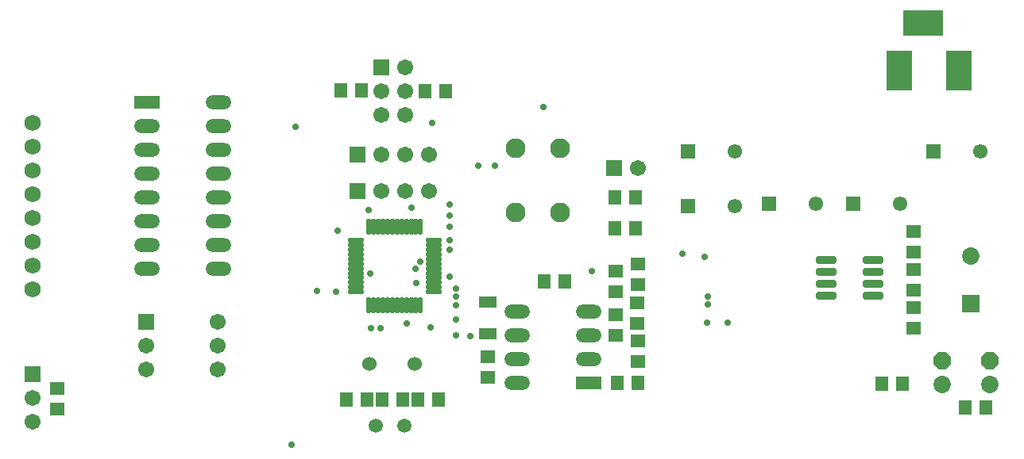
<source format=gbr>
G04*
G04 #@! TF.GenerationSoftware,Altium Limited,Altium Designer,22.4.2 (48)*
G04*
G04 Layer_Color=8388736*
%FSLAX24Y24*%
%MOIN*%
G70*
G04*
G04 #@! TF.SameCoordinates,3D4B7757-4479-4088-A00E-F10E6AE17A54*
G04*
G04*
G04 #@! TF.FilePolarity,Negative*
G04*
G01*
G75*
G04:AMPARAMS|DCode=27|XSize=19mil|YSize=69.4mil|CornerRadius=6.8mil|HoleSize=0mil|Usage=FLASHONLY|Rotation=180.000|XOffset=0mil|YOffset=0mil|HoleType=Round|Shape=RoundedRectangle|*
%AMROUNDEDRECTD27*
21,1,0.0190,0.0559,0,0,180.0*
21,1,0.0055,0.0694,0,0,180.0*
1,1,0.0135,-0.0028,0.0280*
1,1,0.0135,0.0028,0.0280*
1,1,0.0135,0.0028,-0.0280*
1,1,0.0135,-0.0028,-0.0280*
%
%ADD27ROUNDEDRECTD27*%
G04:AMPARAMS|DCode=28|XSize=19mil|YSize=69.4mil|CornerRadius=6.8mil|HoleSize=0mil|Usage=FLASHONLY|Rotation=90.000|XOffset=0mil|YOffset=0mil|HoleType=Round|Shape=RoundedRectangle|*
%AMROUNDEDRECTD28*
21,1,0.0190,0.0559,0,0,90.0*
21,1,0.0055,0.0694,0,0,90.0*
1,1,0.0135,0.0280,0.0028*
1,1,0.0135,0.0280,-0.0028*
1,1,0.0135,-0.0280,-0.0028*
1,1,0.0135,-0.0280,0.0028*
%
%ADD28ROUNDEDRECTD28*%
%ADD29R,0.0552X0.0631*%
%ADD30R,0.0631X0.0552*%
%ADD31R,0.0769X0.0474*%
G04:AMPARAMS|DCode=32|XSize=85.6mil|YSize=31.2mil|CornerRadius=6.9mil|HoleSize=0mil|Usage=FLASHONLY|Rotation=0.000|XOffset=0mil|YOffset=0mil|HoleType=Round|Shape=RoundedRectangle|*
%AMROUNDEDRECTD32*
21,1,0.0856,0.0174,0,0,0.0*
21,1,0.0718,0.0312,0,0,0.0*
1,1,0.0138,0.0359,-0.0087*
1,1,0.0138,-0.0359,-0.0087*
1,1,0.0138,-0.0359,0.0087*
1,1,0.0138,0.0359,0.0087*
%
%ADD32ROUNDEDRECTD32*%
%ADD33C,0.0671*%
%ADD34R,0.0671X0.0671*%
%ADD35C,0.0680*%
%ADD36R,0.1080X0.0580*%
%ADD37O,0.1080X0.0580*%
%ADD38C,0.0600*%
%ADD39R,0.0671X0.0671*%
%ADD40C,0.0592*%
%ADD41C,0.0830*%
%ADD42R,0.0611X0.0611*%
%ADD43C,0.0611*%
%ADD44P,0.0790X8X292.5*%
%ADD45C,0.0730*%
%ADD46R,0.0730X0.0730*%
%ADD47C,0.0730*%
%ADD48R,0.1680X0.1080*%
%ADD49R,0.1080X0.1680*%
%ADD50C,0.0280*%
D27*
X24338Y7155D02*
D03*
X24535D02*
D03*
X24732D02*
D03*
X24929D02*
D03*
X25126D02*
D03*
X25323D02*
D03*
X25519D02*
D03*
X25716D02*
D03*
X25913D02*
D03*
X26110D02*
D03*
X26307D02*
D03*
X26504D02*
D03*
Y10446D02*
D03*
X26307D02*
D03*
X26110D02*
D03*
X25913D02*
D03*
X25716D02*
D03*
X25519D02*
D03*
X25323D02*
D03*
X25126D02*
D03*
X24929D02*
D03*
X24732D02*
D03*
X24535D02*
D03*
X24338D02*
D03*
D28*
X27067Y7718D02*
D03*
Y7915D02*
D03*
Y8111D02*
D03*
Y8308D02*
D03*
Y8505D02*
D03*
Y8702D02*
D03*
Y8899D02*
D03*
Y9096D02*
D03*
Y9292D02*
D03*
Y9489D02*
D03*
Y9686D02*
D03*
Y9883D02*
D03*
X23775D02*
D03*
Y9686D02*
D03*
Y9489D02*
D03*
Y9292D02*
D03*
Y9096D02*
D03*
Y8899D02*
D03*
Y8702D02*
D03*
Y8505D02*
D03*
Y8308D02*
D03*
Y8111D02*
D03*
Y7915D02*
D03*
Y7718D02*
D03*
D29*
X25754Y3200D02*
D03*
X24888D02*
D03*
X23388D02*
D03*
X24254D02*
D03*
X27254D02*
D03*
X26388D02*
D03*
X24014Y16190D02*
D03*
X23148D02*
D03*
X27564Y16160D02*
D03*
X26698D02*
D03*
X35534Y11705D02*
D03*
X34668D02*
D03*
Y10380D02*
D03*
X35534D02*
D03*
X35612Y3900D02*
D03*
X34746D02*
D03*
X46725Y3849D02*
D03*
X45859D02*
D03*
X50214Y2850D02*
D03*
X49348D02*
D03*
X32558Y8164D02*
D03*
X31692D02*
D03*
D30*
X11271Y2797D02*
D03*
Y3663D02*
D03*
X34678Y6771D02*
D03*
Y5905D02*
D03*
X35611Y5654D02*
D03*
Y4788D02*
D03*
X35601Y7243D02*
D03*
Y6377D02*
D03*
X35611Y8883D02*
D03*
Y8017D02*
D03*
X29340Y4111D02*
D03*
Y4977D02*
D03*
X47201Y6177D02*
D03*
Y7043D02*
D03*
Y7777D02*
D03*
Y8643D02*
D03*
Y9377D02*
D03*
Y10243D02*
D03*
X34678Y7731D02*
D03*
Y8597D02*
D03*
D31*
X29340Y5953D02*
D03*
Y7292D02*
D03*
D32*
X45475Y9060D02*
D03*
Y8560D02*
D03*
Y8060D02*
D03*
Y7560D02*
D03*
X43527D02*
D03*
Y8060D02*
D03*
Y8560D02*
D03*
Y9060D02*
D03*
D33*
X26851Y11970D02*
D03*
X25851D02*
D03*
X24851D02*
D03*
X14984Y5470D02*
D03*
Y4470D02*
D03*
X17984Y6470D02*
D03*
Y5470D02*
D03*
Y4470D02*
D03*
X25861Y17168D02*
D03*
X24861Y16168D02*
D03*
X25861D02*
D03*
X24861Y15168D02*
D03*
X25861D02*
D03*
X24845Y13492D02*
D03*
X25845D02*
D03*
X26845D02*
D03*
X10221Y2243D02*
D03*
Y3243D02*
D03*
X35615Y12935D02*
D03*
D34*
X23851Y11970D02*
D03*
X14984Y6470D02*
D03*
X23845Y13492D02*
D03*
X34615Y12935D02*
D03*
D35*
X10221Y14830D02*
D03*
Y13830D02*
D03*
Y12830D02*
D03*
Y11830D02*
D03*
Y10830D02*
D03*
Y9830D02*
D03*
Y8830D02*
D03*
Y7830D02*
D03*
D36*
X15041Y15680D02*
D03*
X33561Y3900D02*
D03*
D37*
X15041Y14680D02*
D03*
Y13680D02*
D03*
Y12680D02*
D03*
Y11680D02*
D03*
Y10680D02*
D03*
Y9680D02*
D03*
Y8680D02*
D03*
X18041Y15680D02*
D03*
Y14680D02*
D03*
Y13680D02*
D03*
Y12680D02*
D03*
Y11680D02*
D03*
Y10680D02*
D03*
Y9680D02*
D03*
Y8680D02*
D03*
X30561Y6900D02*
D03*
Y5900D02*
D03*
Y4900D02*
D03*
Y3900D02*
D03*
X33561Y6900D02*
D03*
Y5900D02*
D03*
Y4900D02*
D03*
D38*
X26271Y4700D02*
D03*
X24371D02*
D03*
D39*
X24861Y17168D02*
D03*
X10221Y4243D02*
D03*
D40*
X24611Y2100D02*
D03*
X25831D02*
D03*
D41*
X32358Y13761D02*
D03*
X30478Y11051D02*
D03*
X32358D02*
D03*
X30478Y13761D02*
D03*
D42*
X48017Y13610D02*
D03*
X37717Y11310D02*
D03*
Y13610D02*
D03*
X41117Y11410D02*
D03*
X44665D02*
D03*
D43*
X49985Y13610D02*
D03*
X39685Y11310D02*
D03*
Y13610D02*
D03*
X43085Y11410D02*
D03*
X46634D02*
D03*
D44*
X48401Y4810D02*
D03*
X50401D02*
D03*
D45*
X48401Y3810D02*
D03*
X50401D02*
D03*
D46*
X49601Y7210D02*
D03*
D47*
Y9210D02*
D03*
D48*
X47601Y19010D02*
D03*
D49*
X49101Y17010D02*
D03*
X46601D02*
D03*
D50*
X22149Y7741D02*
D03*
X26911Y6220D02*
D03*
X25931Y6400D02*
D03*
X26991Y14810D02*
D03*
X21101Y1290D02*
D03*
X26291Y8690D02*
D03*
X26341Y8100D02*
D03*
X39381Y6431D02*
D03*
X38541Y6411D02*
D03*
X31651Y15481D02*
D03*
X28591Y5871D02*
D03*
X28007Y5876D02*
D03*
X28001Y7530D02*
D03*
X38435Y9206D02*
D03*
X37491Y9320D02*
D03*
X29621Y13021D02*
D03*
X28921Y13020D02*
D03*
X26111Y11240D02*
D03*
X38558Y7181D02*
D03*
X38561Y7531D02*
D03*
X33693Y8606D02*
D03*
X27731Y10930D02*
D03*
X22950Y7716D02*
D03*
X27721Y10440D02*
D03*
X27731Y9490D02*
D03*
X24331Y11150D02*
D03*
X23040Y10290D02*
D03*
X21251Y14660D02*
D03*
X27741Y11380D02*
D03*
X26480Y8999D02*
D03*
X27731Y9880D02*
D03*
X24391Y8500D02*
D03*
X27721Y8340D02*
D03*
X24421Y6200D02*
D03*
X24821D02*
D03*
X27999Y6540D02*
D03*
X28001Y7151D02*
D03*
Y7870D02*
D03*
M02*

</source>
